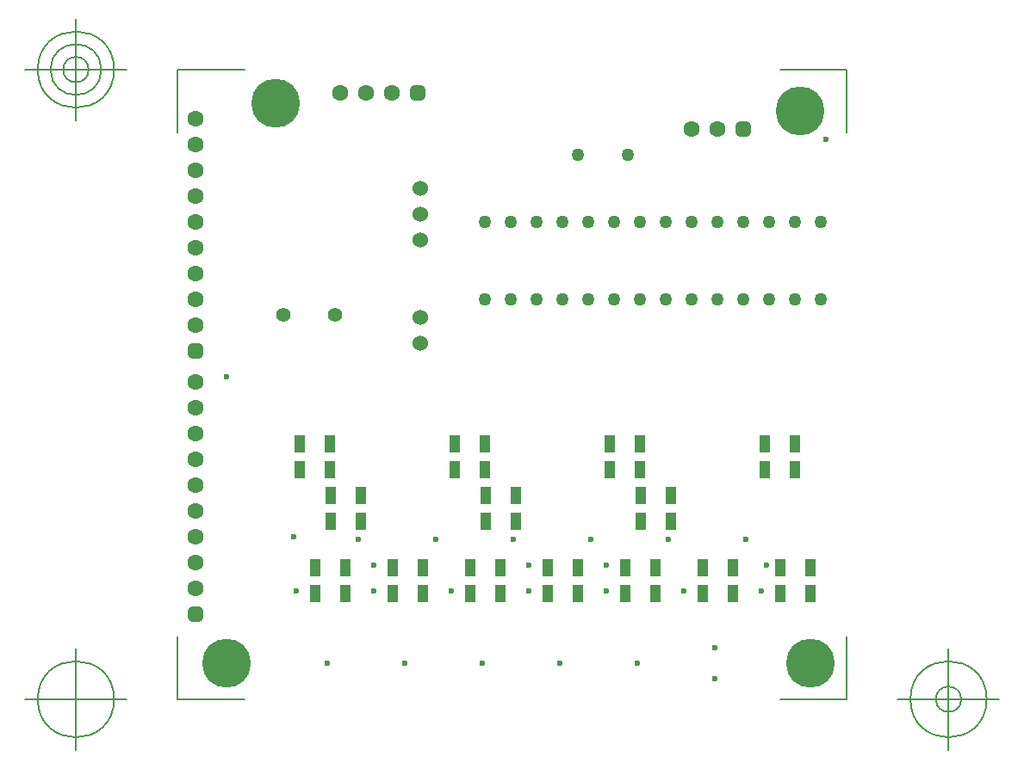
<source format=gbr>
G04 Generated by Ultiboard 14.2 *
%FSLAX24Y24*%
%MOIN*%

%ADD10C,0.0001*%
%ADD11C,0.0050*%
%ADD12C,0.0500*%
%ADD13C,0.0633*%
%ADD14R,0.0208X0.0208*%
%ADD15C,0.0392*%
%ADD16R,0.0413X0.0689*%
%ADD17C,0.1890*%
%ADD18C,0.0236*%
%ADD19C,0.0551*%
%ADD20C,0.0600*%


G04 ColorRGB 9900CC for the following layer *
%LNSolder Mask Bottom*%
%LPD*%
G54D10*
G54D11*
X-303Y102D02*
X-303Y2542D01*
X-303Y102D02*
X2287Y102D01*
X25597Y102D02*
X23007Y102D01*
X25597Y102D02*
X25597Y2542D01*
X25597Y24503D02*
X25597Y22063D01*
X25597Y24503D02*
X23007Y24503D01*
X-303Y24503D02*
X2287Y24503D01*
X-303Y24503D02*
X-303Y22063D01*
X-2272Y102D02*
X-6209Y102D01*
X-4240Y-1866D02*
X-4240Y2071D01*
X-5717Y102D02*
G75*
D01*
G02X-5717Y102I1477J0*
G01*
X27566Y102D02*
X31503Y102D01*
X29534Y-1866D02*
X29534Y2071D01*
X28058Y102D02*
G75*
D01*
G02X28058Y102I1476J0*
G01*
X29042Y102D02*
G75*
D01*
G02X29042Y102I492J0*
G01*
X-2272Y24503D02*
X-6209Y24503D01*
X-4240Y22535D02*
X-4240Y26472D01*
X-5717Y24503D02*
G75*
D01*
G02X-5717Y24503I1477J0*
G01*
X-5224Y24503D02*
G75*
D01*
G02X-5224Y24503I984J0*
G01*
X-4732Y24503D02*
G75*
D01*
G02X-4732Y24503I492J0*
G01*
G54D12*
X13600Y15600D03*
X19600Y15600D03*
X22600Y15600D03*
X24600Y15600D03*
X23600Y15600D03*
X21600Y15600D03*
X20600Y15600D03*
X16600Y15600D03*
X18600Y15600D03*
X17600Y15600D03*
X15600Y15600D03*
X14600Y15600D03*
X11600Y15600D03*
X12600Y15600D03*
X13600Y18600D03*
X19600Y18600D03*
X22600Y18600D03*
X24600Y18600D03*
X23600Y18600D03*
X21600Y18600D03*
X20600Y18600D03*
X16600Y18600D03*
X18600Y18600D03*
X17600Y18600D03*
X15600Y18600D03*
X14600Y18600D03*
X11600Y18600D03*
X12600Y18600D03*
X15200Y21200D03*
X17117Y21200D03*
G54D13*
X400Y6400D03*
X400Y5400D03*
X400Y4400D03*
X400Y8400D03*
X400Y7400D03*
X400Y9400D03*
X400Y11400D03*
X400Y10400D03*
X400Y12400D03*
X400Y16600D03*
X400Y15600D03*
X400Y14600D03*
X400Y18600D03*
X400Y17600D03*
X400Y19600D03*
X400Y21600D03*
X400Y20600D03*
X400Y22600D03*
X20600Y22200D03*
X19600Y22200D03*
X7000Y23600D03*
X8000Y23600D03*
X6000Y23600D03*
G54D14*
X400Y3400D03*
X400Y13600D03*
X21600Y22200D03*
X9000Y23600D03*
G54D15*
X296Y3296D02*
X504Y3296D01*
X504Y3504D01*
X296Y3504D01*
X296Y3296D01*D02*
X296Y13496D02*
X504Y13496D01*
X504Y13704D01*
X296Y13704D01*
X296Y13496D01*D02*
X21496Y22096D02*
X21704Y22096D01*
X21704Y22304D01*
X21496Y22304D01*
X21496Y22096D01*D02*
X8896Y23496D02*
X9104Y23496D01*
X9104Y23704D01*
X8896Y23704D01*
X8896Y23496D01*D02*
G54D16*
X5609Y7000D03*
X6791Y7000D03*
X5609Y8000D03*
X6791Y8000D03*
X4409Y9000D03*
X5591Y9000D03*
X4409Y10000D03*
X5591Y10000D03*
X11609Y7000D03*
X12791Y7000D03*
X11609Y8000D03*
X12791Y8000D03*
X10409Y9000D03*
X11591Y9000D03*
X10409Y10000D03*
X11591Y10000D03*
X17609Y7000D03*
X18791Y7000D03*
X17609Y8000D03*
X18791Y8000D03*
X16409Y9000D03*
X17591Y9000D03*
X16409Y10000D03*
X17591Y10000D03*
X22409Y9000D03*
X23591Y9000D03*
X22409Y10000D03*
X23591Y10000D03*
X5009Y4200D03*
X6191Y4200D03*
X8009Y4200D03*
X9191Y4200D03*
X11009Y4200D03*
X12191Y4200D03*
X14009Y4200D03*
X15191Y4200D03*
X17009Y4200D03*
X18191Y4200D03*
X20009Y4200D03*
X21191Y4200D03*
X23009Y4200D03*
X24191Y4200D03*
X23009Y5200D03*
X24191Y5200D03*
X20009Y5200D03*
X21191Y5200D03*
X17009Y5200D03*
X18191Y5200D03*
X14009Y5200D03*
X15191Y5200D03*
X5009Y5200D03*
X6191Y5200D03*
X11009Y5200D03*
X12191Y5200D03*
X8009Y5200D03*
X9191Y5200D03*
G54D17*
X1600Y1500D03*
X24200Y1500D03*
X23800Y22900D03*
X3500Y23200D03*
G54D18*
X20500Y900D03*
X5500Y1500D03*
X8500Y1500D03*
X11500Y1500D03*
X14500Y1500D03*
X17500Y1500D03*
X20500Y2100D03*
X4300Y4300D03*
X7300Y4300D03*
X10300Y4300D03*
X13300Y4300D03*
X16300Y4300D03*
X19300Y4300D03*
X22300Y4300D03*
X7300Y5300D03*
X13300Y5300D03*
X16300Y5300D03*
X22500Y5300D03*
X4200Y6400D03*
X9700Y6300D03*
X12700Y6300D03*
X15700Y6300D03*
X18700Y6300D03*
X21700Y6300D03*
X1600Y12600D03*
X24800Y21800D03*
X6700Y6300D03*
G54D19*
X5800Y15000D03*
X3800Y15000D03*
G54D20*
X9100Y13900D03*
X9100Y14900D03*
X9100Y17900D03*
X9100Y18900D03*
X9100Y19900D03*

M02*

</source>
